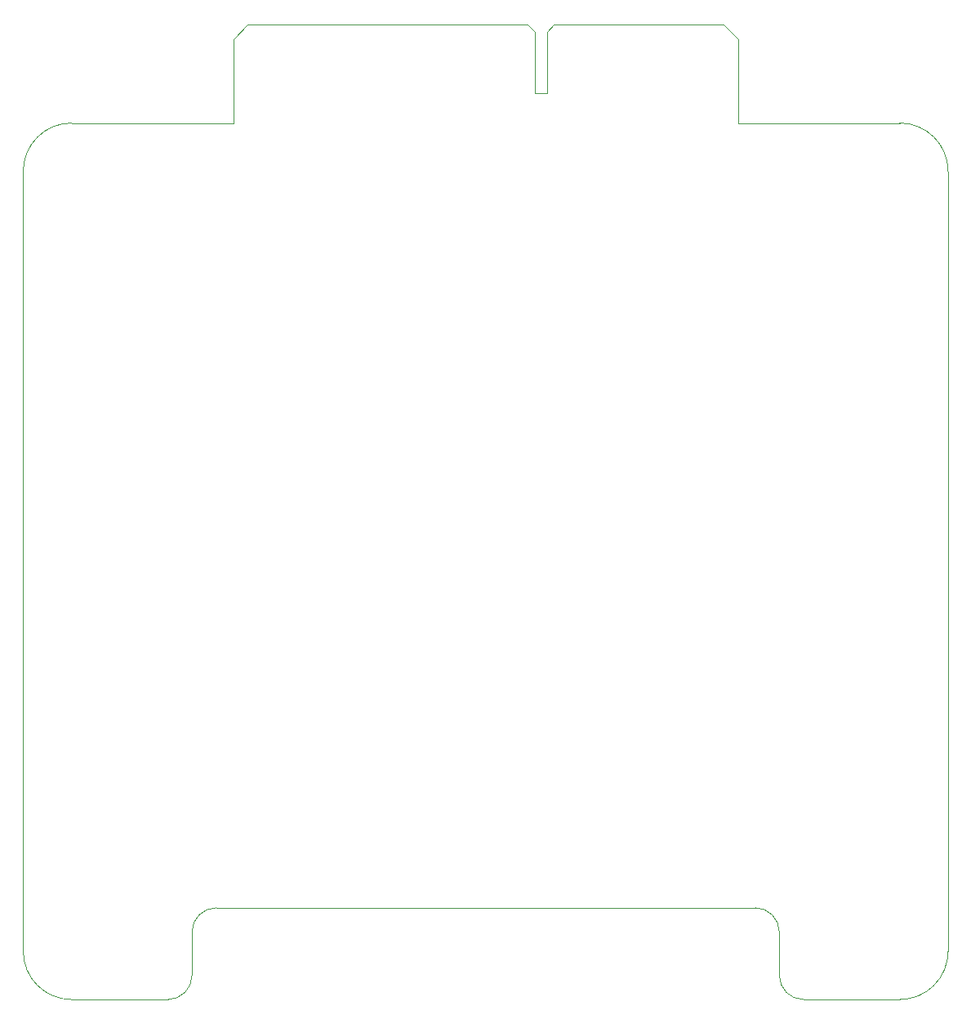
<source format=gbr>
%TF.GenerationSoftware,Altium Limited,Altium Designer,23.3.1 (30)*%
G04 Layer_Color=0*
%FSLAX45Y45*%
%MOMM*%
%TF.SameCoordinates,1C6A76D4-FC78-4FE7-9AFF-FEA26D458E01*%
%TF.FilePolarity,Positive*%
%TF.FileFunction,Profile,NP*%
%TF.Part,Single*%
G01*
G75*
%TA.AperFunction,Profile*%
%ADD66C,0.02540*%
D66*
X500000D02*
X1500000D01*
D02*
G03*
X1750000Y250000I-0J250000D01*
G01*
X1750000Y700000D01*
D02*
G02*
X2000000Y950000I250000J0D01*
G01*
X7588500D01*
D02*
G02*
X7838500Y700000I0J-250000D01*
G01*
Y250000D01*
D02*
G03*
X8088500Y0I250000J-0D01*
G01*
X9088500D01*
D02*
G03*
X9588500Y500000I0J500000D01*
G01*
Y8580500D01*
D02*
G03*
X9088500Y9080500I-500000J0D01*
G01*
X7411700D01*
Y9951700D01*
X7261700Y10101500D01*
X5502700D01*
X5427700Y10026500D01*
Y9385500D01*
X5303750D01*
X5303700Y10026500D01*
X5228700Y10101500D01*
X2326700D01*
X2176700Y9951700D01*
X2176750Y9080500D01*
X500000D01*
D02*
G03*
X0Y8580500I-0J-500000D01*
G01*
Y500000D01*
D02*
G03*
X500000Y0I500000J-0D01*
G01*
%TF.MD5,2217cb22397088a9d7569999bec90333*%
M02*

</source>
